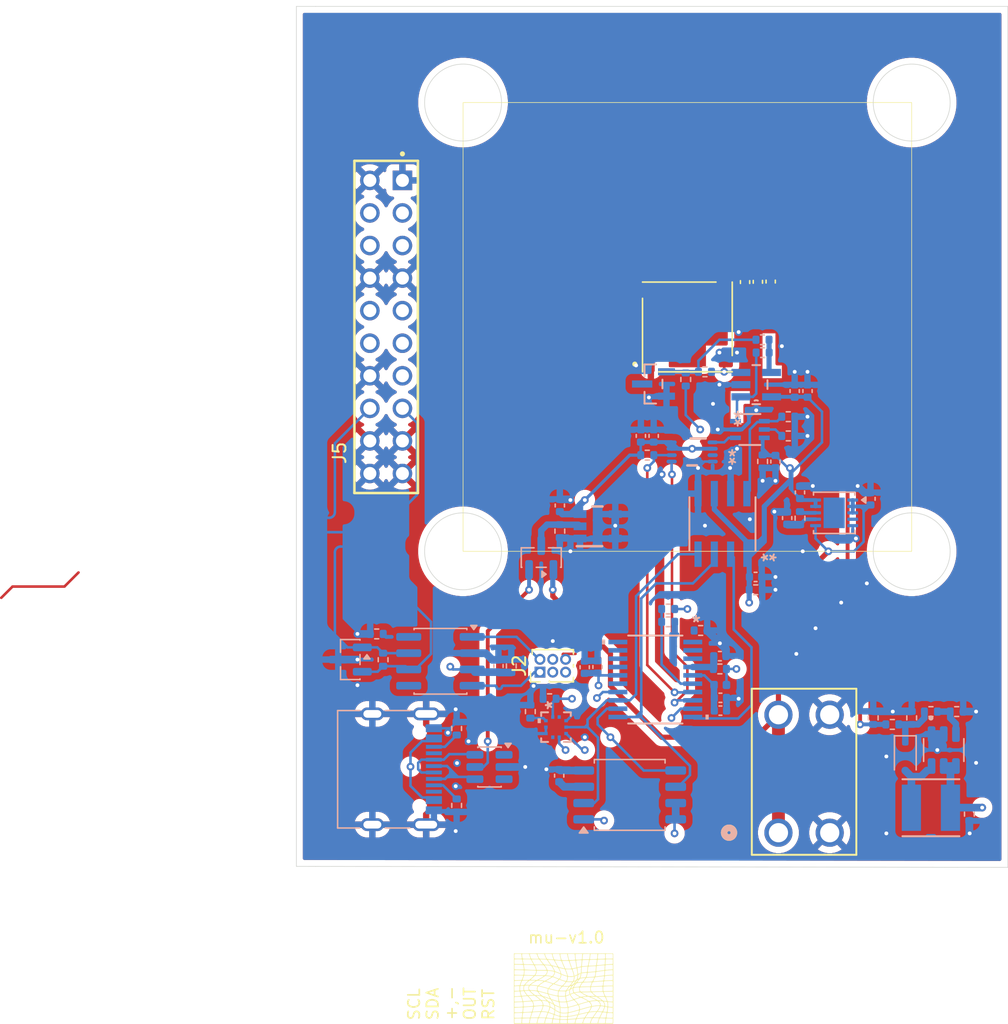
<source format=kicad_pcb>
(kicad_pcb (version 20241229) (generator "pcbnew") (generator_version "9.0")
  (layers (0 "F.Cu" signal) (4 "In1.Cu" signal) (6 "In2.Cu" signal) (2 "B.Cu" signal) (13 "F.Paste" user) (15 "B.Paste" user) (5 "F.SilkS" user "F.Silkscreen") (7 "B.SilkS" user "B.Silkscreen") (1 "F.Mask" user) (3 "B.Mask" user) (25 "Edge.Cuts" user))
  (net 0 "")
  (net 1 "GND")
  (net 2 "3.3V_Dig")
  (net 3 "Net-(D1-K)")
  (net 4 "HV")
  (net 5 "2.5V_Ref")
  (net 6 "Net-(U4-IN)")
  (net 7 "Net-(U8-SET)")
  (net 8 "Net-(U2-FB)")
  (net 9 "5V")
  (net 10 "DAC_out")
  (net 11 "Latch_Out")
  (net 12 "VBAT_Local")
  (net 13 "Net-(D1-A)")
  (net 14 "Net-(U10-IN+)")
  (net 15 "Net-(U1A-NRST)")
  (net 16 "Net-(U1B-VDDA)")
  (net 17 "VBUS_RAW")
  (net 18 "USB_DN")
  (net 20 "Net-(J1-CC2)")
  (net 21 "USB_DP")
  (net 22 "Net-(J1-CC1)")
  (net 24 "CAN_rx")
  (net 25 "CAN_tx")
  (net 26 "PA12")
  (net 27 "PA11")
  (net 28 "Latch_Rst")
  (net 29 "CAN_hi")
  (net 30 "CAN_lo")
  (net 31 "Net-(U10-LE{slash}HYS)")
  (net 32 "BOOT0")
  (net 33 "Net-(J1-D+-PadA6)")
  (net 34 "Mode_sel")
  (net 35 "SPI_CS_FLASH")
  (net 37 "SPI_MISO")
  (net 38 "SPI_MOSI")
  (net 39 "SWDIO")
  (net 40 "SWCLK")
  (net 41 "SPI_SCK")
  (net 43 "SPI_CS_DAC")
  (net 44 "Net-(U10-OUT)")
  (net 45 "Net-(J1-D--PadA7)")
  (net 46 "Net-(U6-NONIINVERTINGINPUT)")
  (net 47 "Net-(U9-Rs)")
  (net 48 "Net-(R11-Pad2)")
  (net 49 "Net-(U6-INVERTINGINPUT)")
  (net 58 "SPI_CS_BMP")
  (footprint "Capacitor_SMD:C_0402_1005Metric" (layer "F.Cu") (at 161 75 -90)
    (property "Reference" "C1" (hide yes))
    (property "Value" "100nF" (hide yes))
  )
  (footprint "Connector_PinHeader_1.00mm:PinHeader_2x03_P1.00mm_Vertical" (layer "F.Cu") (at 145 105.425 90)
    (property "Reference" "J2")
    (property "Value" "Conn_02x03_Odd_Even" (hide yes))
  )
  (footprint "Capacitor_SMD:C_0402_1005Metric" (layer "F.Cu") (at 163 74.96 -90)
    (property "Reference" "C2" (hide yes))
    (property "Value" "10nF" (hide yes))
  )
  (footprint "Capacitor_SMD:C_0402_1005Metric" (layer "F.Cu") (at 162 74.98 -90)
    (property "Reference" "C3" (hide yes))
    (property "Value" "10pF" (hide yes))
  )
  (footprint "footprints:XDCR_MICROFC-60035-SMT-TR1" (layer "F.Cu") (at 156.5 78.5)
    (property "Reference" "U3" (hide yes))
    (property "Value" "MICROFC-60035-SMT-TR1" (hide yes))
  )
  (footprint "footprints:SAMTEC_ESQ-110-14-G-D" (layer "F.Cu") (at 133 78.5 90)
    (property "Reference" "J5")
    (property "Value" "ESQ-110-X-X-D")
  )
  (footprint "footprints:WAG" (layer "F.Cu") (at 163.6049 117.946301)
    (property "Reference" "J4" (hide yes))
    (property "Value" "2060-1452/998-404" (hide yes))
  )
  (footprint "Lib:decal" (layer "F.Cu") (at 147 130.15)
    (property "Reference" "G***" (hide yes))
    (property "Value" "LOGO" (hide yes))
  )
  (footprint "Resistor_SMD:R_0402_1005Metric" (layer "B.Cu") (at 177.51 108.5 180)
    (property "Reference" "R2" (hide yes))
    (property "Value" "10K 1%" (hide yes))
  )
  (footprint "Lib:SOT95P280X145-6N" (layer "B.Cu") (at 176.5 111.5 -90)
    (property "Reference" "U2" (hide yes))
    (property "Value" "MAX5026EUT_T" (hide yes))
  )
  (footprint "Resistor_SMD:R_0402_1005Metric" (layer "B.Cu") (at 164.371899 87 180)
    (property "Reference" "R9" (hide yes))
    (property "Value" "100kΩ" (hide yes))
  )
  (footprint "footprints:SOIC8-N_MC_MCH" (layer "B.Cu") (at 159.236899 93.8622 90)
    (property "Reference" "U13" (hide yes))
    (property "Value" "MCP4921-E/SN")
  )
  (footprint "Capacitor_SMD:C_0402_1005Metric" (layer "B.Cu") (at 164.286 93.405 90)
    (property "Reference" "C20" (hide yes))
    (property "Value" "4.7uF" (hide yes))
  )
  (footprint "Capacitor_SMD:C_0402_1005Metric" (layer "B.Cu") (at 146.549999 92.424998 -90)
    (property "Reference" "C16" (hide yes))
    (property "Value" "1uF" (hide yes))
  )
  (footprint "Inductor_SMD:L_0402_1005Metric" (layer "B.Cu") (at 159.064 106.425 180)
    (property "Reference" "FB1" (hide yes))
    (property "Value" "ferrite" (hide yes))
  )
  (footprint "Capacitor_SMD:C_0402_1005Metric" (layer "B.Cu") (at 152.871899 87 90)
    (property "Reference" "C27" (hide yes))
    (property "Value" "4.7uF" (hide yes))
  )
  (footprint "Capacitor_SMD:C_0402_1005Metric" (layer "B.Cu") (at 146.5 113.5 90)
    (property "Reference" "C17" (hide yes))
    (property "Value" "100nF" (hide yes))
  )
  (footprint "Capacitor_SMD:C_0402_1005Metric" (layer "B.Cu") (at 164.871899 83.5 90)
    (property "Reference" "C6" (hide yes))
    (property "Value" "4.7uF" (hide yes))
  )
  (footprint "Capacitor_SMD:C_0402_1005Metric" (layer "B.Cu") (at 159.079 107.425)
    (property "Reference" "C8" (hide yes))
    (property "Value" "100nF" (hide yes))
  )
  (footprint "Resistor_SMD:R_0402_1005Metric" (layer "B.Cu") (at 162.371899 80.5 180)
    (property "Reference" "RF1" (hide yes))
    (property "Value" "1kΩ" (hide yes))
  )
  (footprint "Resistor_SMD:R_0402_1005Metric" (layer "B.Cu") (at 159.036 105.174999)
    (property "Reference" "R5" (hide yes))
    (property "Value" "10K" (hide yes))
  )
  (footprint "Capacitor_SMD:C_0402_1005Metric" (layer "B.Cu") (at 165.871899 83.5 90)
    (property "Reference" "C5" (hide yes))
    (property "Value" "100nF" (hide yes))
  )
  (footprint "Package_TO_SOT_SMD:SOT-23" (layer "B.Cu") (at 145.099999 96.487498 90)
    (property "Reference" "D2" (hide yes))
    (property "Value" "BAT54C" (hide yes))
  )
  (footprint "footprints:DBV0005A_N" (layer "B.Cu") (at 149.5 94.049999)
    (property "Reference" "U4" (hide yes))
    (property "Value" "TLV70433DBVT")
  )
  (footprint "Capacitor_SMD:C_0402_1005Metric" (layer "B.Cu") (at 141.7622 104.942798 -90)
    (property "Reference" "C23" (hide yes))
    (property "Value" "4.7uF" (hide yes))
  )
  (footprint "Capacitor_SMD:C_0402_1005Metric" (layer "B.Cu") (at 159.079 108.425)
    (property "Reference" "C9" (hide yes))
    (property "Value" "4.7uF" (hide yes))
  )
  (footprint "Resistor_SMD:R_0402_1005Metric" (layer "B.Cu") (at 172.49 109.5)
    (property "Reference" "R4" (hide yes))
    (property "Value" "100" (hide yes))
  )
  (footprint "Diode_SMD:D_SOD-323F" (layer "B.Cu") (at 173.5 112 -90)
    (property "Reference" "D1" (hide yes))
    (property "Value" "BAT54J" (hide yes))
  )
  (footprint "Capacitor_SMD:C_0402_1005Metric" (layer "B.Cu") (at 170.786 91.905 90)
    (property "Reference" "C21" (hide yes))
    (property "Value" "10uF" (hide yes))
  )
  (footprint "footprints:DBZ3" (layer "B.Cu") (at 153.855899 82.950001 -90)
    (property "Reference" "U12" (hide yes))
    (property "Value" "LM4040AIM3-2.5/NOPB")
  )
  (footprint "footprints:10LGA_2X2X0p75_BOS" (layer "B.Cu") (at 146.25 109.7126 -90)
    (property "Reference" "U14" (hide yes))
    (property "Value" "BMP390")
  )
  (footprint "Resistor_SMD:R_0402_1005Metric" (layer "B.Cu") (at 161.831899 99)
    (property "Reference" "C29" (hide yes))
    (property "Value" "100nF" (hide yes))
  )
  (footprint "Resistor_SMD:R_0402_1005Metric" (layer "B.Cu") (at 132.2622 102.442798 180)
    (property "Reference" "R10" (hide yes))
    (property "Value" "10K" (hide yes))
  )
  (footprint "Package_TO_SOT_SMD:SOT-23" (layer "B.Cu") (at 130.1997 104.442798 180)
    (property "Reference" "D3" (hide yes))
    (property "Value" "NUP2105L" (hide yes))
  )
  (footprint "Resistor_SMD:R_0402_1005Metric" (layer "B.Cu") (at 138.5 109.82 -90)
    (property "Reference" "R8" (hide yes))
    (property "Value" "5.1K" (hide yes))
  )
  (footprint "footprints:TSSOP20" (layer "B.Cu") (at 154 106 180)
    (property "Reference" "U1" (hide yes))
    (property "Value" "STM32F042F6P6")
  )
  (footprint "Resistor_SMD:R_0402_1005Metric" (layer "B.Cu") (at 157.871899 82)
    (property "Reference" "R3" (hide yes))
    (property "Value" "50Ω 0.1%" (hide yes))
  )
  (footprint "footprints:SC70_PLV3603_TEX" (layer "B.Cu") (at 161.371899 86.5)
    (property "Reference" "U10" (hide yes))
    (property "Value" "TLV3603QDCKRQ1")
  )
  (footprint "Capacitor_SMD:C_0402_1005Metric" (layer "B.Cu") (at 153.871899 87 90)
    (property "Reference" "C26" (hide yes))
    (property "Value" "100nF" (hide yes))
  )
  (footprint "Resistor_SMD:R_0402_1005Metric" (layer "B.Cu") (at 171 108.99 90)
    (property "Reference" "C10" (hide yes))
    (property "Value" "1u" (hide yes))
  )
  (footprint "Connector_USB:USB_C_Receptacle_G-Switch_GT-USB-7010ASV" (layer "B.Cu") (at 133 113 90)
    (property "Reference" "J1" (hide yes))
    (property "Value" "USB_C_Receptacle_USB2.0_16P" (hide yes))
  )
  (footprint "Resistor_SMD:R_0402_1005Metric" (layer "B.Cu") (at 157.536 102.174999)
    (property "Reference" "R6" (hide yes))
    (property "Value" "10K" (hide yes))
  )
  (footprint "footprints:DBV5" (layer "B.Cu") (at 161.871899 83)
    (property "Reference" "U6" (hide yes))
    (property "Value" "OPA656NB/250")
  )
  (footprint "Resistor_SMD:R_0402_1005Metric" (layer "B.Cu") (at 144.249999 108.5 -90)
    (property "Reference" "C30" (hide yes))
    (property "Value" "100nF")
  )
  (footprint "Resistor_SMD:R_0402_1005Metric" (layer "B.Cu") (at 165.286 93.415 90)
    (property "Reference" "R11" (hide yes))
    (property "Value" "50kΩ" (hide yes))
  )
  (footprint "Capacitor_SMD:C_0402_1005Metric" (layer "B.Cu") (at 161.821899 98)
    (property "Reference" "C28" (hide yes))
    (property "Value" "10uF" (hide yes))
  )
  (footprint "Package_SO:SOIC-8_3.9x4.9mm_P1.27mm" (layer "B.Cu") (at 137.2372 104.577798 180)
    (property "Reference" "U9" (hide yes))
    (property "Value" "sn65hvd230" (hide yes))
  )
  (footprint "Resistor_SMD:R_0402_1005Metric" (layer "B.Cu") (at 142.7622 104.942798 -90)
    (property "Reference" "C24" (hide yes))
    (property "Value" "100nF" (hide yes))
  )
  (footprint "Package_SO:SOIC-8_5.3x5.3mm_P1.27mm" (layer "B.Cu") (at 152 115)
    (property "Reference" "U5" (hide yes))
    (property "Value" "W25Q128JVS" (hide yes))
  )
  (footprint "Resistor_SMD:R_0402_1005Metric" (layer "B.Cu") (at 155 101.5 180)
    (property "Reference" "R13" (hide yes))
    (property "Value" "10K" (hide yes))
  )
  (footprint "Package_DFN_QFN:DFN-10-1EP_3x3mm_P0.5mm_EP1.65x2.38mm" (layer "B.Cu") (at 167.95 93 180)
    (property "Reference" "U8" (hide yes))
    (property "Value" "LT3045xDD" (hide yes))
  )
  (footprint "Resistor_SMD:R_0402_1005Metric" (layer "B.Cu") (at 138.5 115.82 -90)
    (property "Reference" "R7" (hide yes))
    (property "Value" "5.1K" (hide yes))
  )
  (footprint "Resistor_SMD:R_0402_1005Metric" (layer "B.Cu") (at 132.7622 104.452798 -90)
    (property "Reference" "R14" (hide yes))
    (property "Value" "120Ω" (hide yes))
  )
  (footprint "Resistor_SMD:R_0402_1005Metric" (layer "B.Cu") (at 178.5 116.5 -90)
    (property "Reference" "C7" (hide yes))
    (property "Value" "4.7uF" (hide yes))
  )
  (footprint "Resistor_SMD:R_0402_1005Metric" (layer "B.Cu") (at 162.371899 88.99 -90)
    (property "Reference" "C19" (hide yes))
    (property "Value" "100nF" (hide yes))
  )
  (footprint "Capacitor_SMD:C_0402_1005Metric" (layer "B.Cu") (at 163.371899 89 -90)
    (property "Reference" "C22" (hide yes))
    (property "Value" "10uF" (hide yes))
  )
  (footprint "Resistor_SMD:R_0402_1005Metric" (layer "B.Cu") (at 156.371899 82.596401 90)
    (property "Reference" "R16" (hide yes))
    (property "Value" "2.49KΩ 0.1%" (hide yes))
  )
  (footprint "Capacitor_SMD:C_0402_1005Metric" (layer "B.Cu") (at 159.036 104.174999)
    (property "Reference" "C13" (hide yes))
    (property "Value" "100nF" (hide yes))
  )
  (footprint "Capacitor_SMD:C_0402_1005Metric" (layer "B.Cu") (at 149.49 105.02 90)
    (property "Reference" "C11" (hide yes))
    (property "Value" "100nF" (hide yes))
  )
  (footprint "footprints:IND_BOURNS_SRN4018" (layer "B.Cu") (at 175.5 116 180)
    (property "Reference" "L1" (hide yes))
    (property "Value" "47uH")
  )
  (footprint "Package_TO_SOT_SMD:SOT-23-6" (layer "B.Cu") (at 141.0625 112.82 180)
    (property "Reference" "U7" (hide yes))
    (property "Value" "USBLC6-2SC6" (hide yes))
  )
  (footprint "Resistor_SMD:R_0402_1005Metric" (layer "B.Cu") (at 164.371899 85.5)
    (property "Reference" "C18" (hide yes))
    (property "Value" "100nF" (hide yes))
  )
  (footprint "Resistor_SMD:R_0402_1005Metric" (layer "B.Cu") (at 174 108.99 90)
    (property "Reference" "C4" (hide yes))
    (property "Value" "1u" (hide yes))
  )
  (footprint "Capacitor_SMD:C_0402_1005Metric" (layer "B.Cu") (at 148.49 105.04 90)
    (property "Reference" "C12" (hide yes))
    (property "Value" "4.7uF" (hide yes))
  )
  (footprint "footprints:DCU0008A_N" (layer "B.Cu") (at 156.871899 88.25 180)
    (property "Reference" "U11" (hide yes))
    (property "Value" "SN74LVC1G74DCUT")
  )
  (footprint "Capacitor_SMD:C_0402_1005Metric" (layer "B.Cu") (at 165.286 91.405 90)
    (property "Reference" "C25" (hide yes))
    (property "Value" "10uF" (hide yes))
  )
  (footprint "Resistor_SMD:R_0402_1005Metric" (layer "B.Cu") (at 153.371899 88.5)
    (property "Reference" "R15" (hide yes))
    (property "Value" "1KΩ" (hide yes))
  )
  (footprint "Resistor_SMD:R_0402_1005Metric" (layer "B.Cu") (at 175.5 108.5 180)
    (property "Reference" "R1" (hide yes))
    (property "Value" "220K" (hide yes))
  )
  (footprint "Resistor_SMD:R_0402_1005Metric" (layer "B.Cu") (at 146.549999 94.424998 90)
    (property "Reference" "C14" (hide yes))
    (property "Value" "100nF" (hide yes))
  )
  (footprint "Resistor_SMD:R_0402_1005Metric" (layer "B.Cu") (at 162.361899 79.5 180)
    (property "Reference" "Rg1" (hide yes))
    (property "Value" "100Ω" (hide yes))
  )
  (footprint "Resistor_SMD:R_0402_1005Metric" (layer "B.Cu") (at 145.749999 107.5)
    (property "Reference" "C15" (hide yes))
    (property "Value" "100nF")
  )
  (footprint "Resistor_SMD:R_0402_1005Metric" (layer "B.Cu") (at 155 100.5)
    (property "Reference" "R12" (hide yes))
    (property "Value" "10K" (hide yes))
  )
  (gr_rect (start 139 61) (end 174 96) (stroke (width 0.05)) (fill no) (layer "F.SilkS"))
  (gr_line (start 126 103.425) (end 126 120.575) (stroke (width 0.05)) (layer "Edge.Cuts"))
  (gr_line (start 127.5 53.5) (end 181.5 53.5) (stroke (width 0.05)) (layer "Edge.Cuts"))
  (gr_line (start 181.5 103.5) (end 181.5 120.65) (stroke (width 0.05)) (layer "Edge.Cuts"))
  (gr_line (start 127.5 120.575) (end 126.00024 120.572917) (stroke (width 0.05)) (layer "Edge.Cuts"))
  (gr_line (start 126 103.425) (end 126 53.5) (stroke (width 0.05)) (layer "Edge.Cuts"))
  (gr_line (start 181.5 120.65) (end 127.5 120.575) (stroke (width 0.05)) (layer "Edge.Cuts"))
  (gr_circle (center 139 61) (end 142 61) (stroke (width 0.05)) (fill no) (layer "Edge.Cuts"))
  (gr_line (start 181.5 53.5) (end 181.5 103.5) (stroke (width 0.05)) (layer "Edge.Cuts"))
  (gr_circle (center 174 96) (end 177 96) (stroke (width 0.05)) (fill no) (layer "Edge.Cuts"))
  (gr_line (start 126 53.5) (end 127.5 53.5) (stroke (width 0.05)) (layer "Edge.Cuts"))
  (gr_circle (center 174 61) (end 177 61) (stroke (width 0.05)) (fill no) (layer "Edge.Cuts"))
  (gr_circle (center 139 96) (end 142 96) (stroke (width 0.05)) (fill no) (layer "Edge.Cuts"))
  (gr_text "SCL\nSDA\n+,-\nOUT\nRST\n" (at 141.5 132.65 90) (layer "F.SilkS") (effects (font (size 0.9 0.9) (thickness 0.125)) (justify left bottom)))
  (gr_text "mu-v1.0" (at 144 126.65 0) (layer "F.SilkS") (effects (font (size 0.9 0.9) (thickness 0.125)) (justify left bottom)))
  (segment (start 152.5 81.5) (end 153.65 81.5) (width 0.35) (layer "F.Cu") (net 1))
  (via (at 163.286 92.905) (size 0.6) (drill 0.3) (layers "F.Cu" "B.Cu") (net 1))
  (via (at 165.871899 85.5) (size 0.6) (drill 0.3) (layers "F.Cu" "B.Cu") (net 1))
  (via (at 179.024 112.5) (size 0.6) (drill 0.3) (layers "F.Cu" "B.Cu") (net 1))
  (via (at 158.5 84.5) (size 0.6) (drill 0.3) (layers "F.Cu" "B.Cu") (net 1))
  (via (at 172.024 112) (size 0.6) (drill 0.3) (layers "F.Cu" "B.Cu") (net 1))
  (via (at 145.5 113) (size 0.6) (drill 0.3) (layers "F.Cu" "B.Cu") (net 1))
  (via (at 163.871899 80) (size 0.6) (drill 0.3) (layers "F.Cu" "B.Cu") (net 1))
  (via (at 161.371899 93.5) (size 0.6) (drill 0.3) (layers "F.Cu" "B.Cu") (net 1))
  (via (at 160.371899 88) (size 0.6) (drill 0.3) (layers "F.Cu" "B.Cu") (net 1))
  (via (at 163.371899 99) (size 0.6) (drill 0.3) (layers "F.Cu" "B.Cu") (net 1))
  (via (at 170.5 98.5) (size 0.6) (drill 0.3) (layers "F.Cu" "B.Cu") (net 1))
  (via (at 138.425 117.82) (size 0.6) (drill 0.3) (layers "F.Cu" "B.Cu") (net 1))
  (via (at 160.5 107.5) (size 0.6) (drill 0.3) (layers "F.Cu" "B.Cu") (net 1))
  (via (at 159.036 103.174999) (size 0.6) (drill 0.3) (layers "F.Cu" "B.Cu") (net 1))
  (via (at 147.374999 92) (size 0.6) (drill 0.3) (layers "F.Cu" "B.Cu") (net 1))
  (via (at 159.831899 89.5) (size 0.6) (drill 0.3) (layers "F.Cu" "B.Cu") (net 1))
  (via (at 172.024 118) (size 0.6) (drill 0.3) (layers "F.Cu" "B.Cu") (net 1))
  (via (at 150.874999 94) (size 0.6) (drill 0.3) (layers "F.Cu" "B.Cu") (net 1))
  (via (at 144.5 106.5) (size 0.6) (drill 0.3) (layers "F.Cu" "B.Cu") (net 1))
  (via (at 138.425 108.32) (size 0.6) (drill 0.3) (layers "F.Cu" "B.Cu") (net 1))
  (via (at 161.871899 85) (size 0.6) (drill 0.3) (layers "F.Cu" "B.Cu") (net 1))
  (via (at 165.871899 87) (size 0.6) (drill 0.3) (layers "F.Cu" "B.Cu") (net 1))
  (via (at 146 103) (size 0.6) (drill 0.3) (layers "F.Cu" "B.Cu") (net 1))
  (via (at 157.871899 94) (size 0.6) (drill 0.3) (layers "F.Cu" "B.Cu") (net 1))
  (via (at 130.7622 102.442798) (size 0.6) (drill 0.3) (layers "F.Cu" "B.Cu") (net 1))
  (via (at 162.371899 90.5) (size 0.6) (drill 0.3) (layers "F.Cu" "B.Cu") (net 1))
  (via (at 138.528593 112.519254) (size 0.6) (drill 0.3) (layers "F.Cu" "B.Cu") (net 1))
  (via (at 176 111.5) (size 0.6) (drill 0.3) (layers "F.Cu" "B.Cu") (net 1))
  (via (at 148.5 110.5) (size 0.6) (drill 0.3) (layers "F.Cu" "B.Cu") (net 1))
  (via (at 157.331899 89.5) (size 0.6) (drill 0.3) (layers "F.Cu" "B.Cu") (net 1))
  (via (at 169.65 95) (size 0.6) (drill 0.3) (layers "F.Cu" "B.Cu") (net 1))
  (via (at 147.374999 96) (size 0.6) (drill 0.3) (layers "F.Cu" "B.Cu") (net 1))
  (via (at 169.786 90.905) (size 0.6) (drill 0.3) (layers "F.Cu" "B.Cu") (net 1))
  (via (at 178.524 118) (size 0.6) (drill 0.3) (layers "F.Cu" "B.Cu") (net 1))
  (via (at 158.871899 86.5) (size 0.6) (drill 0.3) (layers "F.Cu" "B.Cu") (net 1))
  (via (at 166.5 102) (size 0.6) (drill 0.3) (layers "F.Cu" "B.Cu") (net 1))
  (via (at 163.371899 98) (size 0.6) (drill 0.3) (layers "F.Cu" "B.Cu") (net 1))
  (via (at 165.5 96) (size 0.6) (drill 0.3) (layers "F.Cu" "B.Cu") (net 1))
  (via (at 137.82 110.15) (size 0.6) (drill 0.3) (layers "F.Cu" "B.Cu") (net 1))
  (via (at 159 80.5) (size 0.6) (drill 0.3) (layers "F.Cu" "B.Cu") (net 1))
  (via (at 143.85 112.82) (size 0.6) (drill 0.3) (layers "F.Cu" "B.Cu") (net 1))
  (via (at 139.425 110.82) (size 0.6) (drill 0.3) (layers "F.Cu" "B.Cu") (net 1))
  (via (at 159 83) (size 0.6) (drill 0.3) (layers "F.Cu" "B.Cu") (net 1))
  (via (at 166.286 90.905) (size 0.6) (drill 0.3) (layers "F.Cu" "B.Cu") (net 1))
  (via (at 179.024 108.5) (size 0.6) (drill 0.3) (layers "F.Cu" "B.Cu") (net 1))
  (via (at 152.5 81.5) (size 0.6) (drill 0.3) (layers "F.Cu" "B.Cu") (net 1))
  (via (at 130.7622 106.442798) (size 0.6) (drill 0.3) (layers "F.Cu" "B.Cu") (net 1))
  (via (at 138.425 114.32) (size 0.6) (drill 0.3) (layers "F.Cu" "B.Cu") (net 1))
  (via (at 153.5 84) (size 0.6) (drill 0.3) (layers "F.Cu" "B.Cu") (net 1))
  (via (at 163.371899 90.5) (size 0.6) (drill 0.3) (layers "F.Cu" "B.Cu") (net 1))
  (via (at 164.871899 82) (size 0.6) (drill 0.3) (layers "F.Cu" "B.Cu") (net 1))
  (via (at 130.7622 104.442798) (size 0.6) (drill 0.3) (layers "F.Cu" "B.Cu") (net 1))
  (via (at 165 104) (size 0.6) (drill 0.3) (layers "F.Cu" "B.Cu") (net 1))
  (via (at 168.5 100) (size 0.6) (drill 0.3) (layers "F.Cu" "B.Cu") (net 1))
  (via (at 160.371899 80.5) (size 0.6) (drill 0.3) (layers "F.Cu" "B.Cu") (net 1))
  (via (at 165.871899 82) (size 0.6) (drill 0.3) (layers "F.Cu" "B.Cu") (net 1))
  (via (at 172.524 108.5) (size 0.6) (drill 0.3) (layers "F.Cu" "B.Cu") (net 1))
  (via (at 160.5 78.9) (size 0.6) (drill 0.3) (layers "F.Cu" "B.Cu") (net 1))
  (via (at 154.5 90) (size 0.6) (drill 0.3) (layers "F.Cu" "B.Cu") (net 1))
  (segment (start 165.306 90.905) (end 165.286 90.925) (width 0.2) (layer "B.Cu") (net 1))
  (segment (start 131.7522 102.442798) (end 130.7622 102.442798) (width 0.6) (layer "B.Cu") (net 1))
  (segment (start 136.725 109.8) (end 138.01 109.8) (width 0.2) (layer "B.Cu") (net 1))
  (segment (start 147.0374 109.212601) (end 147.074798 109.212601) (width 0.2) (layer "B.Cu") (net 1))
  (segment (start 147.074798 109.212601) (end 147.787399 108.5) (width 0.2) (layer "B.Cu") (net 1))
  (segment (start 157.831901 88.999998) (end 157.331899 89.5) (width 0.2) (layer "B.Cu") (net 1))
  (segment (start 151.694 85.075) (end 151.714 85.095) (width 0.2) (layer "B.Cu") (net 1))
  (segment (start 141.2822 104.462798) (end 140.7622 103.942798) (width 0.6) (layer "B.Cu") (net 1))
  (segment (start 147.374999 95) (end 146.615001 95) (width 0.5) (layer "B.Cu") (net 1))
  (segment (start 176 110.255) (end 176.5 110.255) (width 0.6) (layer "B.Cu") (net 1))
  (segment (start 175.55 110.255) (end 176 110.255) (width 0.6) (layer "B.Cu") (net 1))
  (segment (start 136.725 116.2) (end 138.37 116.2) (width 0.2) (layer "B.Cu") (net 1))
  (segment (start 159.871899 91.5) (end 159.871899 89.54) (width 0.4) (layer "B.Cu") (net 1))
  (segment (start 169.4 94.75) (end 169.65 95) (width 0.2) (layer "B.Cu") (net 1))
  (segment (start 174 108.48) (end 171 108.48) (width 0.6) (layer "B.Cu") (net 1))
  (segment (start 129.2622 104.442798) (end 130.7622 104.442798) (width 0.6) (layer "B.Cu") (net 1))
  (segment (start 149.49 104.54) (end 148.51 104.54) (width 0.5) (layer "B.Cu") (net 1))
  (segment (start 147.319997 91.944998) (end 147.374999 92) (width 0.2) (layer "B.Cu") (net 1))
  (segment (start 145.4626 110.212599) (end 144.712599 110.212599) (width 0.2) (layer "B.Cu") (net 1))
  (segment (start 161.302994 85.431095) (end 161.734089 85) (width 0.3) (layer "B.Cu") (net 1))
  (segment (start 147.374999 96) (end 147.374999 95) (width 0.5) (layer "B.Cu") (net 1))
  (segment (start 148.4125 113.095) (end 146.575 113.095) (width 0.6) (layer "B.Cu") (net 1))
  (segment (start 146.575 113.095) (end 146.5 113.02) (width 0.2) (layer "B.Cu") (net 1))
  (segment (start 142.7622 104.432798) (end 141.7922 104.432798) (width 0.6) (layer "B.Cu") (net 1))
  (segment (start 161.871899 85) (end 161.747949 85) (width 0.2) (layer "B.Cu") (net 1))
  (segment (start 160.247949 86.5) (end 160.734089 86.5) (width 0.3) (layer "B.Cu") (net 1))
  (segment (start 141.7622 104.462798) (end 141.2822 104.462798) (width 0.6) (layer "B.Cu") (net 1))
  (segment (start 158.471898 88.999998) (end 157.831901 88.999998) (width 0.2) (layer "B.Cu") (net 1))
  (segment (start 157.331899 91.5) (end 157.331899 89.5) (width 0.4) (layer "B.Cu") (net 1))
  (segment (start 169.4 94) (end 169.4 94.75) (width 0.2) (layer "B.Cu") (net 1))
  (segment (start 159.516 104.174999) (end 159.516 103.654999) (width 0.6) (layer "B.Cu") (net 1))
  (segment (start 148.124999 95) (end 147.374999 95) (width 0.5) (layer "B.Cu") (net 1))
  (segment (start 160.247949 86.5) (end 158.871899 86.5) (width 0.3) (layer "B.Cu") (net 1))
  (segment (start 146.615001 95) (end 146.549999 94.934998) (width 0.2) (layer "B.Cu") (net 1))
  (segment (start 161.734089 85) (end 161.871899 85) (width 0.3) (layer "B.Cu") (net 1))
  (segment (start 146.549999 91.944998) (end 147.319997 91.944998) (width 0.6) (layer "B.Cu") (net 1))
  (segment (start 138.37 116.2) (end 138.5 116.33) (width 0.2) (layer "B.Cu") (net 1))
  (segment (start 161.302994 85.931095) (end 161.302994 85.431095) (width 0.3) (layer "B.Cu") (net 1))
  (segment (start 160.734089 86.5) (end 161.302994 85.931095) (width 0.3) (layer "B.Cu") (net 1))
  (segment (start 170.306 91.425) (end 169.786 90.905) (width 0.6) (layer "B.Cu") (net 1))
  (segment (start 164.286 92.925) (end 163.306 92.925) (width 0.6) (layer "B.Cu") (net 1))
  (segment (start 170.786 91.425) (end 170.306 91.425) (width 0.6) (layer "B.Cu") (net 1))
  (segment (start 143.85 112.82) (end 142.5625 112.82) (width 0.6) (layer "B.Cu") (net 1))
  (segment (start 150.874999 93.100001) (end 150.874999 95) (width 0.6) (layer "B.Cu") (net 1))
  (segment (start 179.024 108.5) (end 178.02 108.5) (width 0.6) (layer "B.Cu") (net 1))
  (segment (start 166.286 90.905) (end 165.306 90.905) (width 0.6) (layer "B.Cu") (net 1))
  (segment (start 158.046 102.174999) (end 158.046 102.184999) (width 0.2) (layer "B.Cu") (net 1))
  (segment (start 176 110.255) (end 176 111.5) (width 0.6) (layer "B.Cu") (net 1))
  (segment (start 178.5 117.976) (end 178.524 118) (width 0.2) (layer "B.Cu") (net 1))
  (segment (start 159.516 103.654999) (end 159.036 103.174999) (width 0.6) (layer "B.Cu") (net 1))
  (segment (start 141.7922 104.432798) (end 141.7622 104.462798) (width 0.2) (layer "B.Cu") (net 1))
  (segment (start 138.01 109.8) (end 138.5 109.31) (width 0.2) (layer "B.Cu") (net 1))
  (segment (start 145.4626 109.7126) (end 145.4626 110.212599) (width 0.2) (layer "B.Cu") (net 1))
  (segment (start 159.871899 89.54) (end 159.831899 89.5) (width 0.2) (layer "B.Cu") (net 1))
  (segment (start 178.5 117.01) (end 178.5 117.976) (width 0.6) (layer "B.Cu") (net 1))
  (segment (start 140.7622 103.942798) (end 139.7122 103.942798) (width 0.6) (layer "B.Cu") (net 1))
  (segment (start 148.51 104.54) (end 148.49 104.56) (width 0.2) (layer "B.Cu") (net 1))
  (segment (start 158.046 102.184999) (end 159.036 103.174999) (width 0.6) (layer "B.Cu") (net 1))
  (segment (start 169.4 94) (end 169.45 94.05) (width 0.2) (layer "B.Cu") (net 1))
  (segment (start 159.559 107.425) (end 159.559 108.425) (width 0.5) (layer "B.Cu") (net 1))
  (via (at 160.325001 105.174999) (size 0.6) (drill 0.3) (layers "F.Cu" "B.Cu") (net 2))
  (via (at 138 105) (size 0.6) (drill 0.3) (layers "F.Cu" "B.Cu") (net 2))
  (via (at 155.5 118) (size 0.6) (drill 0.3) (layers "F.Cu" "B.Cu") (net 2))
  (via (at 147.5 107.5) (size 0.6) (drill 0.3) (layers "F.Cu" "B.Cu") (net 2))
  (via (at 148.5 92) (size 0.6) (drill 0.3) (layers "F.Cu" "B.Cu") (net 2))
  (via (at 156.871899 88) (size 0.6) (drill 0.3) (layers "F.Cu" "B.Cu") (net 2))
  (via (at 149.569 106.465) (size 0.6) (drill 0.3) (layers "F.Cu" "B.Cu") (net 2))
  (segment (start 148.51 105.5) (end 148.49 105.52) (width 0.2) (layer "B.Cu") (net 2))
  (segment (start 146 107.759999) (end 146 108.9252) (width 0.2) (layer "B.Cu") (net 2))
  (segment (start 149.569 105.579) (end 149.49 105.5) (width 0.2) (layer "B.Cu") (net 2))
  (segment (start 146.885 114.365) (end 146.5 113.98) (width 0.6) (layer "B.Cu") (net 2))
  (segment (start 152.871899 87.48) (end 155.251898 87.48) (width 0.3) (layer "B.Cu") (net 2))
  (segment (start 159.549 105.177999) (end 159.546 105.174999) (width 0.2) (layer "B.Cu") (net 2))
  (segment (start 148.5 92) (end 147.399999 93.100001) (width 0.5) (layer "B.Cu") (net 2))
  (segment (start 141.7922 105.452798) (end 141.7622 105.422798) (width 0.2) (layer "B.Cu") (net 2))
  (segment (start 155.271897 87.499999) (end 155.3719 87.499999) (width 0.2) (layer "B.Cu") (net 2))
  (segment (start 155.871899 87.999998) (end 155.271897 87.999998) (width 0.3) (layer "B.Cu") (net 2))
  (segment (start 149.49 105.5) (end 149.665002 105.675002) (width 0.2) (layer "B.Cu") (net 2))
  (segment (start 160.325001 105.174999) (end 159.546 105.174999) (width 0.2) (layer "B.Cu") (net 2))
  (segment (start 141.7622 105.422798) (end 139.9222 105.422798) (width 0.6) (layer "B.Cu") (net 2))
  (segment (start 155.871899 87.999998) (end 155.771896 87.999998) (width 0.3) (layer "B.Cu") (net 2))
  (segment (start 152.861899 88.5) (end 152.861899 87.49) (width 0.2) (layer "B.Cu") (net 2))
  (segment (start 155.771896 87.999998) (end 155.271897 87.499999) (width 0.3) (layer "B.Cu") (net 2))
  (segment (start 149.665002 105.675002) (end 151.079 105.675002) (width 0.2) (layer "B.Cu") (net 2))
  (segment (start 152.861899 88.5) (end 152.725 88.5) (width 0.2) (layer "B.Cu") (net 2))
  (segment (start 145.259999 109.01) (end 145.4626 109.212601) (width 0.2) (layer "B.Cu") (net 2))
  (segment (start 142.7622 105.452798) (end 141.7922 105.452798) (width 0.6) (layer "B.Cu") (net 2))
  (segment (start 158.471898 87.999998) (end 155.871899 87.999998) (width 0.3) (layer "B.Cu") (net 2))
  (segment (start 152 88.5) (end 152.861899 88.5) (width 0.25) (layer "B.Cu") (net 2))
  (segment (start 155.251898 87.48) (end 155.271897 87.499999) (width 0.2) (layer "B.Cu") (net 2))
  (segment (start 152.861899 87.49) (end 152.871899 87.48) (width 0.2) (layer "B.Cu") (net 2))
  (segment (start 149.569 106.465) (end 149.569 105.579) (width 0.2) (layer "B.Cu") (net 2))
  (segment (start 155.5875 116.5) (end 155.5875 115.635) (width 0.6) (layer "B.Cu") (net 2))
  (segment (start 155.271897 87.999998) (end 155.271897 87.499999) (width 0.3) (layer "B.Cu") (net 2))
  (segment (start 148.124999 93.100001) (end 148.124999 92.375001) (width 0.5) (layer "B.Cu") (net 2))
  (segment (start 153.871899 87.48) (end 154.751899 87.48) (width 0.3) (layer "B.Cu") (net 2))
  (segment (start 146.259999 107.5) (end 146 107.759999) (width 0.2) (layer "B.Cu") (net 2))
  (segment (start 155.5 118) (end 155.5 116.5875) (width 0.2) (layer "B.Cu") (net 2))
  (segment (start 139.7122 105.212798) (end 138.212798 105.212798) (width 0.2) (layer "B.Cu") (net 2))
  (segment (start 144.249999 109.01) (end 145.259999 109.01) (width 0.2) (layer "B.Cu") (net 2))
  (segment (start 159.549 106.425) (end 159.549 105.177999) (width 0.2) (layer "B.Cu") (net 2))
  (segment (start 146.745002 93.100001) (end 146.549999 92.904998) (width 0.5) (layer "B.Cu") (net 2))
  (segment (start 147.399999 93.100001) (end 148.124999 93.100001) (width 0.5) (layer "B.Cu") (net 2))
  (segment (start 155.5 116.5875) (end 155.5875 116.5) (width 0.2) (layer "B.Cu") (net 2))
  (segment (start 138.212798 105.212798) (end 138 105) (width 0.2) (layer "B.Cu") (net 2))
  (segment (start 149.49 105.5) (end 148.51 105.5) (width 0.5) (layer "B.Cu") (net 2))
  (segment (start 154.751899 87.48) (end 155.271897 87.999998) (width 0.3) (layer "B.Cu") (net 2))
  (segment (start 148.4125 114.365) (end 146.885 114.365) (width 0.6) (layer "B.Cu") (net 2))
  (segment (start 148.5 92) (end 152 88.5) (width 0.25) (layer "B.Cu") (net 2))
  (segment (start 147.399999 93.100001) (end 146.745002 93.100001) (width 0.5) (layer "B.Cu") (net 2))
  (segment (start 148.124999 92.375001) (end 148.5 92) (width 0.5) (layer "B.Cu") (net 2))
  (segment (start 146.259999 107.5) (end 147.5 107.5) (width 0.2) (layer "B.Cu") (net 2))
  (segment (start 155.5875 116.905) (end 155.5875 116.5) (width 0.6) (layer "B.Cu") (net 2))
  (segment (start 139.9222 105.422798) (end 139.7122 105.212798) (width 0.2) (layer "B.Cu") (net 2))
  (segment (start 173.5 110.9) (end 173.5 109.5) (width 0.5) (layer "B.Cu") (net 3))
  (segment (start 174.99 108.5) (end 174.99 108.99) (width 0.5) (layer "B.Cu") (net 3))
  (segment (start 173.99 109.5) (end 173.5 109.5) (width 0.5) (layer "B.Cu") (net 3))
  (segment (start 174.5 109.5) (end 174 109.5) (width 0.5) (layer "B.Cu") (net 3))
  (segment (start 173.5 109.5) (end 173 109.5) (width 0.5) (layer "B.Cu") (net 3))
  (segment (start 174.99 108.99) (end 175 109) (width 0.2) (layer "B.Cu") (net 3))
  (segment (start 175 109) (end 174.5 109.5) (width 0.5) (layer "B.Cu") (net 3))
  (segment (start 165.44 75.44) (end 169 79) (width 0.3) (layer "F.Cu") (net 4))
  (segment (start 159.41 75.44) (end 159.35 75.5) (width 0.5) (layer "F.Cu") (net 4))
  (segment (start 169 98.5) (end 169.976 99.476) (width 0.3) (layer "F.Cu") (net 4))
  (segment (start 169.976 99.476) (end 169.976 109.5) (width 0.3) (layer "F.Cu") (net 4))
  (segment (start 163 75.44) (end 159.41 75.44) (width 0.5) (layer "F.Cu") (net 4))
  (segment (start 163 75.44) (end 165.44 75.44) (width 0.3) (layer "F.Cu") (net 4))
  (segment (start 169 79) (end 169 98.5) (width 0.3) (layer "F.Cu") (net 4))
  (via (at 169.976 109.5) (size 0.6) (drill 0.3) (layers "F.Cu" "B.Cu") (net 4))
  (segment (start 169.976 109.5) (end 171 109.5) (width 0.3) (layer "B.Cu") (net 4))
  (segment (start 171 109.5) (end 171.98 109.5) (width 0.4) (layer "B.Cu") (net 4))
  (segment (start 154.871899 82) (end 157.361899 82) (width 0.3) (layer "B.Cu") (net 5))
  (segment (start 157.361899 82) (end 157.361899 81.138101) (width 0.2) (layer "B.Cu") (net 5))
  (segment (start 159 79.5) (end 161.851899 79.5) (width 0.2) (layer "B.Cu") (net 5))
  (segment (start 157.361899 81.138101) (end 159 79.5) (width 0.2) (layer "B.Cu") (net 5))
  (segment (start 145.559999 93.914998) (end 146.549999 93.914998) (width 0.5) (layer "B.Cu") (net 6))
  (segment (start 146.559999 93.924998) (end 146.549999 93.914998) (width 0.2) (layer "B.Cu") (net 6))
  (segment (start 145.099999 94.374998) (end 145.559999 93.914998) (width 0.5) (layer "B.Cu") (net 6))
  (segment (start 148.124999 94.049999) (end 147.999998 93.924998) (width 0.2) (layer "B.Cu") (net 6))
  (segment (start 147.999998 93.924998) (end 146.559999 93.924998) (width 0.5) (layer "B.Cu") (net 6))
  (segment (start 145.099999 95.549998) (end 145.099999 94.374998) (width 0.5) (layer "B.Cu") (net 6))
  (segment (start 164.326 93.925) (end 164.286 93.885) (width 0.3) (layer "B.Cu") (net 7))
  (segment (start 166.5 93.5) (end 165.711 93.5) (width 0.3) (layer "B.Cu") (net 7))
  (segment (start 165.286 93.925) (end 164.326 93.925) (width 0.6) (layer "B.Cu") (net 7))
  (segment (start 165.711 93.5) (end 165.286 93.925) (width 0.3) (layer "B.Cu") (net 7))
  (segment (start 177 108.5) (end 176.01 108.5) (width 0.5) (layer "B.Cu") (net 8))
  (segment (start 177 109) (end 177 108.5) (width 0.5) (layer "B.Cu") (net 8))
  (segment (start 177.45 110.255) (end 177.45 109.45) (width 0.5) (layer "B.Cu") (net 8))
  (segment (start 177.45 109.45) (end 177 109) (width 0.5) (layer "B.Cu") (net 8))
  (segment (start 157.5 86.5) (end 157.681842 86.5) (width 0.2) (layer "F.Cu") (net 9))
  (via (at 179.5 115.99) (size 0.6) (drill 0.3) (layers "F.Cu" "B.Cu") (net 9))
  (via (at 161.321899 100) (size 0.6) (drill 0.3) (layers "F.Cu" "B.Cu") (net 9))
  (via (at 164.5 89.5) (size 0.6) (drill 0.3) (layers "F.Cu" "B.Cu") (net 9))
  (via (at 157.5 86.5) (size 0.6) (drill 0.3) (layers "F.Cu" "B.Cu") (net 9))
  (segment (start 164.5 89.648101) (end 163.371899 88.52) (width 0.2) (layer "B.Cu") (net 9))
  (segment (start 161.5 95.27) (end 162 95.27) (width 0.4) (layer "B.Cu") (net 9))
  (segment (start 164.675 91.274) (end 164.675 89.825) (width 0.2) (layer "B.Cu") (net 9))
  (segment (start 162 95.366299) (end 161.68315 95.68315) (width 0.4) (layer "B.Cu") (net 9))
  (segment (start 162.371899 88.02) (end 162.871899 88.52) (width 0.3) (layer "B.Cu") (net 9))
  (segment (start 162.371899 87.273949) (end 162.495849 87.149999) (width 0.3) (layer "B.Cu") (net 9))
  (segment (start 156.371899 83.106401) (end 156.371899 85.371899) (width 0.2) (layer "B.Cu") (net 9))
  (segment (start 167 85.108101) (end 165.871899 83.98) (width 0.2) (layer "B.Cu") (net 9))
  (segment (start 162.371899 88) (end 162.371899 88.02) (width 0.3) (layer "B.Cu") (net 9))
  (segment (start 177.45 112.55) (end 177.45 112.745) (width 0.2) (layer "B.Cu") (net 9))
  (segment (start 165.8419 83.950001) (end 165.871899 83.98) (width 0.2) (layer "B.Cu") (net 9))
  (segment (start 166.5 92) (end 165.401 92) (width 0.3) (layer "B.Cu") (net 9))
  (segment (start 165.286 91.885) (end 164.675 91.274) (width 0.2) (layer "B.Cu") (net 9))
  (segment (start 177.034 115.99) (end 177.024 116) (width 0.2) (layer "B.Cu") (net 9))
  (segment (start 164.5 90.5) (end 162.5 92.5) (width 0.4) (layer "B.Cu") (net 9))
  (segment (start 177.024 113.269) (end 177.024 116) (width 0.6) (layer "B.Cu") (net 9))
  (segment (start 164.5 91.099) (end 164.5 90.5) (width 0.2) (layer "B.Cu") (net 9))
  (segment (start 162 95.27) (end 162 95.366299) (width 0.4) (layer "B.Cu") (net 9))
  (segment (start 161.68315 95.68315) (end 161.141899 96.2244) (width 0.4) (layer "B.Cu") (net 9))
  (segment (start 161.141899 95.27) (end 161.5 95.27) (width 0.4) (layer "B.Cu") (net 9))
  (segment (start 179.5 115.99) (end 177.034 115.99) (width 0.6) (layer "B.Cu") (net 9))
  (segment (start 161.141899 96.2244) (end 161.141899 95.27) (width 0.4) (layer "B.Cu") (net 9))
  (segment (start 162.371899 88.48) (end 162.371899 88) (width 0.3) (layer "B.Cu") (net 9))
  (segment (start 164.5 90.5) (end 164.5 89.648101) (width 0.2) (layer "B.Cu") (net 9))
  (segment (start 163.371899 88.52) (end 162.871899 88.52) (width 0.3) (layer "B.Cu") (net 9))
  (segment (start 162.5 94.8663) (end 162.5 95.226299) (width 0.4) (layer "B.Cu") (net 9))
  (segment (start 156.371899 85.371899) (end 157.5 86.5) (width 0.2) (layer "B.Cu") (net 9))
  (segment (start 161.141899 95.27) (end 158.601899 92.73) (width 0.4) (layer "B.Cu") (net 9))
  (segment (start 177.5 112.5) (end 177.45 112.55) (width 0.2) (layer "B.Cu") (net 9))
  (segment (start 162.371899 88) (end 162.371899 87.273949) (width 0.3) (layer "B.Cu") (net 9))
  (segment (start 162 95.27) (end 162.27 95.27) (width 0.4) (layer "B.Cu") (net 9))
  (segment (start 162.5 92.5) (end 162.5 94.8663) (width 0.4) (layer "B.Cu") (net 9))
  (segment (start 165.401 92) (end 165.286 91.885) (width 0.2) (layer "B.Cu") (net 9))
  (segment (start 162.363149 95.363149) (end 161.321899 96.4044) (width 0.4) (layer "B.Cu") (net 9))
  (segment (start 161.68315 95.68315) (end 162.5 94.8663) (width 0.4) (layer "B.Cu") (net 9))
  (segment (start 165.286 91.885) (end 164.5 91.099) (width 0.2) (layer "B.Cu") (net 9))
  (segment (start 162.27 95.27) (end 162.363149 95.363149) (width 0.4) (layer "B.Cu") (net 9))
  (segment (start 176.5 112.745) (end 177.024 113.269) (width 0.6) (layer "B.Cu") (net 9))
  (segment (start 162.411899 88.52) (end 162.371899 88.48) (width 0.3) (layer "B.Cu") (net 9))
  (segment (start 167 87.5) (end 167 85.108101) (width 0.2) (layer "B.Cu") (net 9))
  (segment (start 163.065699 83.950001) (end 165.8419 83.950001) (width 0.3) (layer "B.Cu") (net 9))
  (segment (start 161.5 95.27) (end 161.5 95.5) (width 0.4) (layer "B.Cu") (net 9))
  (segment (start 161.321899 96.4044) (end 161.141899 96.2244) (width 0.4) (layer "B.Cu") (net 9))
  (segment (start 162.871899 88.52) (end 162.411899 88.52) (width 0.3) (layer "B.Cu") (net 9))
  (segment (start 162.5 95.226299) (end 162.363149 95.363149) (width 0.4) (layer "B.Cu") (net 9))
  (segment (start 166.5 92.5) (end 166.5 92) (width 0.3) (layer "B.Cu") (net 9))
  (segment (start 161.321899 100) (end 161.321899 96.4044) (width 0.4) (layer "B.Cu") (net 9))
  (segment (start 176.5 112.745) (end 177.45 112.745) (width 0.6) (layer "B.Cu") (net 9))
  (segment (start 164.675 89.825) (end 167 87.5) (width 0.2) (layer "B.Cu") (net 9))
  (segment (start 158.601899 92.73) (end 158.601899 91.5) (width 0.4) (layer "B.Cu") (net 9))
  (segment (start 161.5 95.5) (end 161.68315 95.68315) (width 0.4) (layer "B.Cu") (net 9))
  (segment (start 162.43485 85.911) (end 162.495849 85.850001) (width 0.2) (layer "B.Cu") (net 10))
  (segment (start 161.960899 85.911) (end 162.43485 85.911) (width 0.2) (layer "B.Cu") (net 10))
  (segment (start 161.141899 91.5) (end 161.371899 91.27) (width 0.2) (layer "B.Cu") (net 10))
  (segment (start 161.371899 86.5) (end 161.960899 85.911) (width 0.2) (layer "B.Cu") (net 10))
  (segment (start 163.511898 85.850001) (end 163.861899 85.5) (width 0.2) (layer "B.Cu") (net 10))
  (segment (start 161.371899 91.27) (end 161.371899 86.5) (width 0.2) (layer "B.Cu") (net 10))
  (segment (start 162.495849 85.850001) (end 163.511898 85.850001) (width 0.2) (layer "B.Cu") (net 10))
  (segment (start 156.5 106.849943) (end 155.54994 107.800003) (width 0.2) (layer "F.Cu") (net 11))
  (segment (start 156.5 105) (end 156.5 106.849943) (width 0.2) (layer "F.Cu") (net 11))
  (segment (start 155.300003 103.800003) (end 156.5 105) (width 0.2) (layer "F.Cu") (net 11))
  (segment (start 155.54994 107.800003) (end 155.5 107.800003) (width 0.2) (layer "F.Cu") (net 11))
  (segment (start 155.300003 90) (end 155.300003 103.800003) (width 0.2) (layer "F.Cu") (net 11))
  (via (at 155.300003 90) (size 0.6) (drill 0.3) (layers "F.Cu" "B.Cu") (net 11))
  (via (at 155.5 107.800003) (size 0.6) (drill 0.3) (layers "F.Cu" "B.Cu") (net 11))
  (segment (start 155.675005 107.624998) (end 156.921 107.624998) (width 0.2) (layer "B.Cu") (net 11))
  (segment (start 155.271897 89.971894) (end 155.300003 90) (width 0.2) (layer "B.Cu") (net 11))
  (segment (start 155.5 107.800003) (end 155.675005 107.624998) (width 0.2) (layer "B.Cu") (net 11))
  (segment (start 155.271897 88.999998) (end 155.271897 89.971894) (width 0.2) (layer "B.Cu") (net 11))
  (segment (start 167.5 96) (end 163.6049 99.8951) (width 0.4) (layer "F.Cu") (net 12))
  (segment (start 163.6049 108.746299) (end 163.6049 117.946301) (width 1) (layer "F.Cu") (net 12))
  (segment (start 154.5 110.5) (end 150.5 106.5) (width 0.4) (layer "F.Cu") (net 12))
  (segment (start 161.851199 110.5) (end 154.5 110.5) (width 0.4) (layer "F.Cu") (net 12))
  (segment (start 163.6049 99.8951) (end 163.6049 108.746299) (width 0.4) (layer "F.Cu") (net 12))
  (segment (start 150.5 106.5) (end 150.5 104) (width 0.4) (layer "F.Cu") (net 12))
  (segment (start 150.5 104) (end 146 99.5) (width 0.4) (layer "F.Cu") (net 12))
  (segment (start 163.6049 108.746299) (end 161.851199 110.5) (width 0.4) (layer "F.Cu") (net 12))
  (segment (start 146 99.5) (end 146 99) (width 0.4) (layer "F.Cu") (net 12))
  (via (at 167.5 96) (size 0.6) (drill 0.3) (layers "F.Cu" "B.Cu") (net 12))
  (via (at 146 99) (size 0.6) (drill 0.3) (layers "F.Cu" "B.Cu") (net 12))
  (segment (start 169.4 92) (end 169.4 93) (width 0.3) (layer "B.Cu") (net 12))
  (segment (start 170.5 92.5) (end 170 92.5) (width 0.3) (layer "B.Cu") (net 12))
  (segment (start 169.4 92.5) (end 169.4 92) (width 0.3) (layer "B.Cu") (net 12))
  (segment (start 170.251 92.92) (end 170.251 92.751) (width 0.2) (layer "B.Cu") (net 12))
  (segment (start 146 99) (end 146 97.474997) (width 0.4) (layer "B.Cu") (net 12))
  (segment (start 170 92.5) (end 169.4 92.5) (width 0.3) (layer "B.Cu") (net 12))
  (segment (start 170.251 92.751) (end 170 92.5) (width 0.2) (layer "B.Cu") (net 12))
  (segment (start 170.786 92.385) (end 170.671 92.5) (width 0.2) (layer "B.Cu") (net 12))
  (segment (start 169.499943 96) (end 167.5 96) (width 0.2) (layer "B.Cu") (net 12))
  (segment (start 166.5 94) (end 166.5 95) (width 0.2) (layer "B.Cu") (net 12))
  (segment (start 170.251 92.92) (end 170.251 95.248943) (width 0.2) (layer "B.Cu") (net 12))
  (segment (start 170.671 92.5) (end 170.251 92.92) (width 0.2) (layer "B.Cu") (net 12))
  (segment (start 170.251 92.749) (end 170.5 92.5) (width 0.2) (layer "B.Cu") (net 12))
  (segment (start 170.671 92.5) (end 170.5 92.5) (width 0.3) (layer "B.Cu") (net 12))
  (segment (start 170.251 92.92) (end 170.251 92.749) (width 0.2) (layer "B.Cu") (net 12))
  (segment (start 146 97.474997) (end 146.049999 97.424998) (width 0.4) (layer "B.Cu") (net 12))
  (segment (start 170.251 95.248943) (end 169.499943 96) (width 0.2) (layer "B.Cu") (net 12))
  (segment (start 166.5 95) (end 167.5 96) (width 0.2) (layer "B.Cu") (net 12))
  (segment (start 173.5 113.1) (end 173.976 113.576) (width 0.6) (layer "B.Cu") (net 13))
  (segment (start 175.195 113.1) (end 174.719 113.576) (width 0.6) (layer "B.Cu") (net 13))
  (segment (start 174.719 113.576) (end 173.976 113.576) (width 0.6) (layer "B.Cu") (net 13))
  (segment (start 173.976 113.576) (end 173.976 115.048) (width 0.6) (layer "B.Cu") (net 13))
  (segment (start 160.247949 85.850001) (end 160.371899 85.726051) (width 0.2) (layer "B.Cu") (net 14))
  (segment (start 160.371899 84.256201) (end 160.678099 83.950001) (width 0.2) (layer "B.Cu") (net 14))
  (segment (start 160.851899 84.123801) (end 160.678099 83.950001) (width 0.2) (layer "B.Cu") (net 14))
  (segment (start 161.871899 80.5) (end 161.871899 83.692801) (width 0.2) (layer "B.Cu") (net 14))
  (segment (start 160.371899 85.726051) (end 160.371899 84.256201) (width 0.2) (layer "B.Cu") (net 14))
  (segment (start 161.614699 83.950001) (end 160.678099 83.950001) (width 0.2) (layer "B.Cu") (net 14))
  (segment (start 161.871899 83.692801) (end 161.614699 83.950001) (width 0.2) (layer "B.Cu") (net 14))
  (segment (start 158.376002 105.025001) (end 158.526 105.174999) (width 0.2) (layer "B.Cu") (net 15))
  (segment (start 158.556 104.174999) (end 158.556 105.144999) (width 0.56) (layer "B.Cu") (net 15))
  (segment (start 158.556 105.144999) (end 158.526 105.174999) (width 0.2) (layer "B.Cu") (net 15))
  (segment (start 156.921 105.025001) (end 158.376002 105.025001) (width 0.5) (layer "B.Cu") (net 15))
  (segment (start 156.921 105.674999) (end 157.828999 105.674999) (width 0.2) (layer "B.Cu") (net 16))
  (segment (start 157.828999 105.674999) (end 158.579 106.425) (width 0.2) (layer "B.Cu") (net 16))
  (segment (start 158.579 106.425) (end 158.579 108.405) (width 0.5) (layer "B.Cu") (net 16))
  (segment (start 158.579 108.405) (end 158.599 108.425) (width 0.2) (layer "B.Cu") (net 16))
  (segment (start 144.149999 99) (end 140.925 102.224999) (width 0.3) (layer "F.Cu") (net 17))
  (segment (start 140.925 102.224999) (end 140.925 110.82) (width 0.3) (layer "F.Cu") (net 17))
  (segment (start 103.853514 98.748254) (end 107.901746 98.748254) (width 0.2) (layer "F.Cu") (net 17))
  (segment (start 107.901746 98.748254) (end 109 97.65) (width 0.2) (layer "F.Cu") (net 17))
  (segment (start 102.975 99.626768) (end 103.853514 98.748254) (width 0.2) (layer "F.Cu") (net 17))
  (via (at 134.9 112.796768) (size 0.6) (drill 0.3) (layers "F.Cu" "B.Cu") (net 17))
  (via (at 156.5 100.5) (size 0.6) (drill 0.3) (layers "F.Cu" "B.Cu") (net 17))
  (via (at 140.925 110.82) (size 0.6) (drill 0.3) (layers "F.Cu" "B.Cu") (net 17))
  (via (at 144.149999 99) (size 0.6) (drill 0.3) (layers "F.Cu" "B.Cu") (net 17))
  (segment (start 134.9 112.796768) (end 134.9 111.703) (width 0.2) (layer "B.Cu") (net 17))
  (segment (start 135.804 115.201) (end 136.526 115.201) (width 0.2) (layer "B.Cu") (net 17))
  (segment (start 140.587499 112.82) (end 139.925 112.82) (width 0.2) (layer "B.Cu") (net 17))
  (segment (start 140.925 110.82) (end 140.925 112.482499) (width 0.2) (layer "B.Cu") (net 17))
  (segment (start 136.526 115.201) (end 136.725 115.4) (width 0.2) (layer "B.Cu") (net 17))
  (segment (start 134.9 112.796768) (end 134.9 114.297) (width 0.2) (layer "B.Cu") (net 17))
  (segment (start 156.5 100.5) (end 155.51 100.5) (width 0.2) (layer "B.Cu") (net 17))
  (segment (start 135.804 110.799) (end 136.526 110.799) (width 0.2) (layer "B.Cu") (net 17))
  (segment (start 134.9 114.297) (end 135.804 115.201) (width 0.2) (layer "B.Cu") (net 17))
  (segment (start 144.149999 99) (end 144.149999 97.424998) (width 0.3) (layer "B.Cu") (net 17))
  (segment (start 140.925 112.482499) (end 140.587499 112.82) (width 0.2) (layer "B.Cu") (net 17))
  (segment (start 134.9 111.703) (end 135.804 110.799) (width 0.2) (layer "B.Cu") (net 17))
  (segment (start 136.526 110.799) (end 136.725 110.6) (width 0.2) (layer "B.Cu") (net 17))
  (segment (start 136.725 111.25) (end 137.58 111.25) (width 0.2) (layer "B.Cu") (net 20))
  (segment (start 137.58 111.25) (end 138.5 110.33) (width 0.2) (layer "B.Cu") (net 20))
  (segment (start 146.8145 103.998) (end 146.7745 104.038) (width 0.2) (layer "F.Cu") (net 21))
  (segment (start 147.7745 103.998) (end 146.8145 103.998) (width 0.2) (layer "F.Cu") (net 21))
  (segment (start 136.725 114.25) (end 137.44 114.25) (width 0.2) (layer "B.Cu") (net 22))
  (segment (start 137.44 114.25) (end 138.5 115.31) (width 0.2) (layer "B.Cu") (net 22))
  (segment (start 143.517202 106.482798) (end 144.575 105.425) (width 0.2) (layer "B.Cu") (net 24))
  (segment (start 141.740048 106.722846) (end 141.9 106.722846) (width 0.2) (layer "B.Cu") (net 24))
  (segment (start 142.3 106.482798) (end 143.517202 106.482798) (width 0.2) (layer "B.Cu") (net 24))
  (segment (start 144.575 105.425) (end 145 105.425) (width 0.2) (layer "B.Cu") (net 24))
  (segment (start 142.140048 106.482798) (end 142.3 106.482798) (width 0.2) (layer "B.Cu") (net 24))
  (segment (start 139.7122 106.482798) (end 141.5 106.482798) (width 0.2) (layer "B.Cu") (net 24))
  (arc (start 141.9 106.722846) (mid 141.98487 106.687692) (end 142.020024 106.602822) (width 0.2) (layer "B.Cu") (net 24))
  (arc (start 141.5 106.482798) (mid 141.58487 106.517952) (end 141.620024 106.602822) (width 0.2) (layer "B.Cu") (net 24))
  (arc (start 141.620024 106.602822) (mid 141.655178 106.687692) (end 141.740048 106.722846) (width 0.2) (layer "B.Cu") (net 24))
  (arc (start 142.020024 106.602822) (mid 142.055178 106.517952) (end 142.140048 106.482798) (width 0.2) (layer "B.Cu") (net 24))
  (segment (start 143.172798 102.672798) (end 144.23587 103.73587) (width 0.2) (layer "B.Cu") (net 25))
  (segment (start 144.925 104.425) (end 145 104.425) (width 0.2) (layer "B.Cu") (net 25))
  (segment (start 139.7122 102.672798) (end 143.172798 102.672798) (width 0.2) (layer "B.Cu") (net 25))
  (segment (start 144.23587 103.73587) (end 144.925 104.425) (width 0.2) (layer "B.Cu") (net 25))
  (segment (start 153.371899 104.871899) (end 155.5 107) (width 0.2) (layer "F.Cu") (net 28))
  (segment (start 153.371899 89.5) (end 153.371899 104.871899) (width 0.2) (layer "F.Cu") (net 28))
  (via (at 155.5 107) (size 0.6) (drill 0.3) (layers "F.Cu" "B.Cu") (net 28))
  (via (at 153.371899 89.5) (size 0.6) (drill 0.3) (layers "F.Cu" "B.Cu") (net 28))
  (segment (start 153.881899 88.5) (end 153.881899 88.99) (width 0.2) (layer "B.Cu") (net 28))
  (segment (start 153.881899 88.99) (end 153.371899 89.5) (width 0.2) (layer "B.Cu") (net 28))
  (segment (start 155.5 107) (end 156.895999 107) (width 0.2) (layer "B.Cu") (net 28))
  (segment (start 155.271897 88.5) (end 153.881899 88.5) (width 0.2) (layer "B.Cu") (net 28))
  (segment (start 156.895999 107) (end 156.921 106.974999) (width 0.2) (layer "B.Cu") (net 28))
  (segment (start 130.206177 95.180352) (end 130.206177 94.956352) (width 0.2) (layer "B.Cu") (net 29))
  (segment (start 129 92.716352) (end 129 92) (width 0.2) (layer "B.Cu") (net 29))
  (segment (start 134.7622 103.942798) (end 132.7622 103.942798) (width 0.2) (layer "B.Cu") (net 29))
  (segment (start 129.448 95.628352) (end 129.758177 95.628352) (width 0.2) (layer "B.Cu") (net 29))
  (segment (start 129 87.58) (end 131.73 84.85) (width 0.2) (layer "B.Cu") (net 29))
  (segment (start 128.552 94.508352) (end 128.241839 94.508352) (width 0.2) (layer "B.Cu") (net 29))
  (segment (start 131.149372 103.492798) (end 131.182994 103.492798) (width 0.2) (layer "B.Cu") (net 29))
  (segment (start 128.241839 93.388352) (end 128.552 93.388352) (width 0.2) (layer "B.Cu") (net 29))
  (segment (start 129 102.5) (end 129 96.076352) (width 0.2) (layer "B.Cu") (net 29))
  (segment (start 131.1372 103.492798) (end 129.992798 103.492798) (width 0.2) (layer "B.Cu") (net 29))
  (segment (start 129 92.940352) (end 129 92.716352) (width 0.2) (layer "B.Cu") (net 29))
  (segment (start 129.758177 94.508352) (end 129.448 94.508352) (width 0.2) (layer "B.Cu") (net 29))
  (segment (start 129 92) (end 129 87.58) (width 0.2) (layer "B.Cu") (net 29))
  (segment (start 132.3122 103.492798) (end 131.1372 103.492798) (width 0.2) (layer "B.Cu") (net 29))
  (segment (start 129.992798 103.492798) (end 129 102.5) (width 0.2) (layer "B.Cu") (net 29))
  (segment (start 127.793839 94.060352) (end 127.793839 93.836352) (width 0.2) (layer "B.Cu") (net 29))
  (segment (start 132.3122 103.492798) (end 132.7622 103.942798) (width 0.2) (layer "B.Cu") (net 29))
  (segment (start 129.448 94.508352) (end 128.552 94.508352) (width 0.2) (layer "B.Cu") (net 29))
  (arc (start 130.206177 94.956352) (mid 130.074961 94.639568) (end 129.758177 94.508352) (width 0.2) (layer "B.Cu") (net 29))
  (arc (start 127.793839 93.836352) (mid 127.925055 93.519568) (end 128.241839 93.388352) (width 0.2) (layer "B.Cu") (net 29))
  (arc (start 129.758177 95.628352) (mid 130.074961 95.497136) (end 130.206177 95.180352) (width 0.2) (layer "B.Cu") (net 29))
  (arc (start 129 96.076352) (mid 129.131216 95.759568) (end 129.448 95.628352) (width 0.2) (layer "B.Cu") (net 29))
  (arc (start 128.552 93.388352) (mid 128.868784 93.257136) (end 129 92.940352) (width 0.2) (layer "B.Cu") (net 29))
  (arc (start 128.241839 94.508352) (mid 127.925055 94.377136) (end 127.793839 94.060352) (width 0.2) (layer "B.Cu") (net 29))
  (segment (start 136.5 104) (end 135.287202 105.212798) (width 0.2) (layer "B.Cu") (net 30))
  (segment (start 133.76 93.24) (end 133.234688 93.24) (width 0.2) (layer "B.Cu") (net 30))
  (segment (start 134.27 84.85) (end 135.399 85.979) (width 0.2) (layer "B.Cu") (net 30))
  (segment (start 132.994688 93.48) (end 132.994688 93.6) (width 0.2) (layer "B.Cu") (net 30))
  (segment (start 135.399 91.601) (end 134 93) (width 0.2) (layer "B.Cu") (net 30))
  (segment (start 134 99) (end 136.5 101.5) (width 0.2) (layer "B.Cu") (net 30))
  (segment (start 133.234688 93.84) (end 133.76 93.84) (width 0.2) (layer "B.Cu") (net 30))
  (segment (start 132.3322 105.392798) (end 132.623512 105.101486) (width 0.2) (layer "B.Cu") (net 30))
  (segment (start 134.544477 104.995075) (end 134.533464 104.984062) (width 0.2) (layer "B.Cu") (net 30))
  (segment (start 133.101287 104.962798) (end 133.387621 104.962798) (width 0.2) (layer "B.Cu") (net 30))
  (segment (start 134 94.08) (end 134 94.2) (width 0.2) (layer "B.Cu") (net 30))
  (segment (start 133.387621 104.962798) (end 134.5122 104.962798) (width 0.2) (layer "B.Cu") (net 30))
  (segment (start 132.623512 105.101486) (end 132.7622 104.962798) (width 0.2) (layer "B.Cu") (net 30))
  (segment (start 134 94.2) (end 134 97.5) (width 0.2) (layer "B.Cu") (net 30))
  (segment (start 131.216616 105.392798) (end 132.3322 105.392798) (width 0.2) (layer "B.Cu") (net 30))
  (segment (start 134 97.5) (end 134 99) (width 0.2) (layer "B.Cu") (net 30))
  (segment (start 132.7622 104.962798) (end 133.101287 104.962798) (width 0.2) (layer "B.Cu") (net 30))
  (segment (start 136.5 101.5) (end 136.5 104) (width 0.2) (layer "B.Cu") (net 30))
  (segment (start 135.287202 105.212798) (end 134.7622 105.212798) (width 0.2) (layer "B.Cu") (net 30))
  (segment (start 135.399 85.979) (end 135.399 91.601) (width 0.2) (layer "B.Cu") (net 30))
  (arc (start 134 93) (mid 133.929706 93.169706) (end 133.76 93.24) (width 0.2) (layer "B.Cu") (net 30))
  (arc (start 132.994688 93.6) (mid 133.064982 93.769706) (end 133.234688 93.84) (width 0.2) (layer "B.Cu") (net 30))
  (arc (start 133.234688 93.24) (mid 133.064982 93.310294) (end 132.994688 93.48) (width 0.2) (layer "B.Cu") (net 30))
  (arc (start 133.76 93.84) (mid 133.929706 93.910294) (end 134 94.08) (width 0.2) (layer "B.Cu") (net 30))
  (segment (start 163.361899 86.5) (end 163.861899 87) (width 0.2) (layer "B.Cu") (net 31))
  (segment (start 162.495849 86.5) (end 163.361899 86.5) (width 0.2) (layer "B.Cu") (net 31))
  (segment (start 135.75 113.25) (end 136.725 113.25) (width 0.2) (layer "B.Cu") (net 33))
  (segment (start 135.5 112.5) (end 135.5 113) (width 0.2) (layer "B.Cu") (net 33))
  (segment (start 140.2875 111.87) (end 140.2375 111.82) (width 0.2) (layer "B.Cu") (net 33))
  (segment (start 136.725 112.25) (end 135.75 112.25) (width 0.2) (layer "B.Cu") (net 33))
  (segment (start 137.495 112.25) (end 136.725 112.25) (width 0.2) (layer "B.Cu") (net 33))
  (segment (start 140.2375 111.82) (end 137.925 111.82) (width 0.2) (layer "B.Cu") (net 33))
  (segment (start 135.75 112.25) (end 135.5 112.5) (width 0.2) (layer "B.Cu") (net 33))
  (segment (start 135.5 113) (end 135.75 113.25) (width 0.2) (layer "B.Cu") (net 33))
  (segment (start 137.925 111.82) (end 137.495 112.25) (width 0.2) (layer "B.Cu") (net 33))
  (segment (start 154.49 104.830598) (end 155.9844 106.324998) (width 0.2) (layer "B.Cu") (net 34))
  (segment (start 155.9844 106.324998) (end 156.921 106.324998) (width 0.2) (layer "B.Cu") (net 34))
  (segment (start 154.49 100.5) (end 154.49 104.830598) (width 0.2) (layer "B.Cu") (net 34))
  (via (at 150 117) (size 0.6) (drill 0.3) (layers "F.Cu" "B.Cu") (net 35))
  (via (at 155.259399 109) (size 0.6) (drill 0.3) (layers "F.Cu" "B.Cu") (net 35))
  (segment (start 149.905 116.905) (end 150 117) (width 0.2) (layer "B.Cu") (net 35))
  (segment (start 148.4125 116.905) (end 149.905 116.905) (width 0.2) (layer "B.Cu") (net 35))
  (segment (start 155.259399 109) (end 155.9844 108.274999) (width 0.2) (layer "B.Cu") (net 35))
  (segment (start 155.9844 108.274999) (end 156.921 108.274999) (width 0.2) (layer "B.Cu") (net 35))
  (via (at 148.5 111.5) (size 0.6) (drill 0.3) (layers "F.Cu" "B.Cu") (net 37))
  (via (at 150.5 110.5) (size 0.6) (drill 0.3) (layers "F.Cu" "B.Cu") (net 37))
  (segment (start 148.5 111.5) (end 148.324801 111.5) (width 0.2) (layer "B.Cu") (net 37))
  (segment (start 155.5875 113.095) (end 153.095 113.095) (width 0.2) (layer "B.Cu") (net 37))
  (segment (start 149.5 109.5) (end 149.5 109) (width 0.2) (layer "B.Cu") (net 37))
  (segment (start 148.324801 111.5) (end 147.0374 110.212599) (width 0.2) (layer "B.Cu") (net 37))
  (segment (start 150.5 110.5) (end 149.5 109.5) (width 0.2) (layer "B.Cu") (net 37))
  (segment (start 153.095 113.095) (end 150.5 110.5) (width 0.2) (layer "B.Cu") (net 37))
  (segment (start 150.224998 108.275002) (end 151.079 108.275002) (width 0.2) (layer "B.Cu") (net 37))
  (segment (start 149.5 109) (end 150.224998 108.275002) (width 0.2) (layer "B.Cu") (net 37))
  (segment (start 148.7126 109.5) (end 148.5 109.7126) (width 0.2) (layer "B.Cu") (net 38))
  (segment (start 148.7126 109.5) (end 148.7126 109.125002) (width 0.2) (layer "B.Cu") (net 38))
  (segment (start 149.526 115.333999) (end 149.526 110.526) (width 0.2) (layer "B.Cu") (net 38))
  (segment (start 148.4125 115.635) (end 149.224999 115.635) (width 0.2) (layer "B.Cu") (net 38))
  (segment (start 148.7126 109.7126) (end 148.5 109.7126) (width 0.2) (layer "B.Cu") (net 38))
  (segment (start 157.331899 96.2244) (end 155.7756 96.2244) (width 0.2) (layer "B.Cu") (net 38))
  (segment (start 155.7756 96.2244) (end 152.5 99.5) (width 0.2) (layer "B.Cu") (net 38))
  (segment (start 152.0156 107.625001) (end 151.079 107.625001) (width 0.2) (layer "B.Cu") (net 38))
  (segment (start 152.5 99.5) (end 152.5 107.140601) (width 0.2) (layer "B.Cu") (net 38))
  (segment (start 148.5 109.7126) (end 147.0374 109.7126) (width 0.2) (layer "B.Cu") (net 38))
  (segment (start 149.526 110.526) (end 148.7126 109.7126) (width 0.2) (layer "B.Cu") (net 38))
  (segment (start 148.7126 109.125002) (end 150.212601 107.625001) (width 0.2) (layer "B.Cu") (net 38))
  (segment (start 148.7126 109.7126) (end 148.7126 109.5) (width 0.2) (layer "B.Cu") (net 38))
  (segment (start 152.5 107.140601) (end 152.0156 107.625001) (width 0.2) (layer "B.Cu") (net 38))
  (segment (start 149.224999 115.635) (end 149.526 115.333999) (width 0.2) (layer "B.Cu") (net 38))
  (segment (start 150.212601 107.625001) (end 151.079 107.625001) (width 0.2) (layer "B.Cu") (net 38))
  (segment (start 152 108.925) (end 152.80698 108.925) (width 0.2) (layer "B.Cu") (net 41))
  (segment (start 152.85498 108.925) (end 152.88999 108.88999) (width 0.2) (layer "B.Cu") (net 41))
  (segment (start 156.701 112.73601) (end 152.88999 108.925) (width 0.2) (layer "B.Cu") (net 41))
  (segment (start 152.83098 108.57002) (end 152.85498 108.54602) (width 0.2) (layer "B.Cu") (net 41))
  (segment (start 152.83098 108.901) (end 152.83098 108.57002) (width 0.2) (layer "B.Cu") (net 41))
  (segment (start 158.601899 96.8264) (end 156.928299 98.5) (width 0.2) (layer "B.Cu") (net 41))
  (segment (start 152.5 108.913) (end 152.488 108.913) (width 0.2) (layer "B.Cu") (net 41))
  (segment (start 152.901 108) (end 152.901 108.524) (width 0.2) (layer "B.Cu") (net 41))
  (segment (start 152.901 99.6661) (end 152.901 108) (width 0.2) (layer "B.Cu") (net 41))
  (segment (start 152.877 108.925) (end 152.901 108.901) (width 0.2) (layer "B.Cu") (net 41))
  (segment (start 152.85498 108.925) (end 152.85498 108.54602) (width 0.2) (layer "B.Cu") (net 41))
  (segment (start 152.901 108) (end 152.901 108.5) (width 0.2) (layer "B.Cu") (net 41))
  (segment (start 154.0671 98.5) (end 152.901 99.6661) (width 0.2) (layer "B.Cu") (net 41))
  (segment (start 155.78999 114.365) (end 156.701 113.45399) (width 0.2) (layer "B.Cu") (net 41))
  (segment (start 152.5 108.925) (end 152 108.925) (width 0.2) (layer "B.Cu") (net 41))
  (segment (start 152.901 108.91399) (end 152.88999 108.925) (width 0.2) (layer "B.Cu") (net 41))
  (segment (start 152.88999 108.53501) (end 152.88999 108.913) (width 0.2) (layer "B.Cu") (net 41))
  (segment (start 152.85498 108.54602) (end 152.88999 108.51101) (width 0.2) (layer "B.Cu") (net 41))
  (segment (start 152.88999 108.51101) (end 152.901 108.5) (width 0.2) (layer "B.Cu") (net 41))
  (segment (start 156.928299 98.5) (end 154.0671 98.5) (width 0.2) (layer "B.Cu") (net 41))
  (segment (start 152.88999 108.925) (end 152.88999 108.88999) (width 0.2) (layer "B.Cu") (net 41))
  (segment (start 152.901 108.901) (end 152.901 108.91399) (width 0.2) (layer "B.Cu") (net 41))
  (segment (start 152.901 108.5) (end 152.901 108.901) (width 0.2) (layer "B.Cu") (net 41))
  (segment (start 152.83098 108.901) (end 152.85498 108.925) (width 0.2) (layer "B.Cu") (net 41))
  (segment (start 152.88999 108.88999) (end 152.88999 108.51101) (width 0.2) (layer "B.Cu") (net 41))
  (segment (start 152.901 108.524) (end 152.88999 108.53501) (width 0.2) (layer "B.Cu") (net 41))
  (segment (start 155.5875 114.365) (end 155.78999 114.365) (width 0.2) (layer "B.Cu") (net 41))
  (segment (start 152 108.925) (end 151.079 108.925) (width 0.2) (layer "B.Cu") (net 41))
  (segment (start 152.88999 108.925) (end 152.5 108.925) (width 0.2) (layer "B.Cu") (net 41))
  (segment (start 152.80698 108.925) (end 152.83098 108.901) (width 0.2) (layer "B.Cu") (net 41))
  (segment (start 158.601899 96.2244) (end 158.601899 96.8264) (width 0.2) (layer "B.Cu") (net 41))
  (segment (start 152.88999 108.913) (end 152.5 108.913) (width 0.2) (layer "B.Cu") (net 41))
  (segment (start 152.5 108.901) (end 152.5 108.913) (width 0.2) (layer "B.Cu") (net 41))
  (segment (start 152.901 108.5) (end 152.5 108.901) (width 0.2) (layer "B.Cu") (net 41))
  (segment (start 156.701 113.45399) (end 156.701 112.73601) (width 0.2) (layer "B.Cu") (net 41))
  (segment (start 159.871899 96.2244) (end 160.117 96.469501) (width 0.2) (layer "B.Cu") (net 43))
  (segment (start 161.5 103.481042) (end 161.5 108) (width 0.2) (layer "B.Cu") (net 43))
  (segment (start 160.464 109.036) (end 157.032002 109.036) (width 0.2) (layer "B.Cu") (net 43))
  (segment (start 161.5 108) (end 160.464 109.036) (width 0.2) (layer "B.Cu") (net 43))
  (segment (start 157.032002 109.036) (end 156.921 108.924998) (width 0.2) (layer "B.Cu") (net 43))
  (segment (start 160.117 96.469501) (end 160.117 102.098042) (width 0.2) (layer "B.Cu") (net 43))
  (segment (start 160.117 102.098042) (end 161.5 103.481042) (width 0.2) (layer "B.Cu") (net 43))
  (segment (start 159.371899 87.5) (end 158.471898 87.499999) (width 0.2) (layer "B.Cu") (net 44))
  (segment (start 159.7219 87.149999) (end 159.371899 87.5) (width 0.2) (layer "B.Cu") (net 44))
  (segment (start 160.247949 87.149999) (end 159.7219 87.149999) (width 0.2) (layer "B.Cu") (net 44))
  (segment (start 138 113) (end 138.596 113.596) (width 0.2) (layer "B.Cu") (net 45))
  (segment (start 137.597 113.75) (end 136.725 113.75) (width 0.2) (layer "B.Cu") (net 45))
  (segment (start 138 113.32) (end 138.149 113.32) (width 0.2) (layer "B.Cu") (net 45))
  (segment (start 140.2875 113.77) (end 140.1135 113.596) (width 0.2) (layer "B.Cu") (net 45))
  (segment (start 137.873 113.596) (end 138.149 113.32) (width 0.2) (layer "B.Cu") (net 45))
  (segment (start 137.751 113.596) (end 137.597 113.75) (width 0.2) (layer "B.Cu") (net 45))
  (segment (start 138 113.32) (end 138 113.347) (width 0.2) (layer "B.Cu") (net 45))
  (segment (start 137.75 112.75) (end 138 113) (width 0.2) (layer "B.Cu") (net 45))
  (segment (start 138.425 113.596) (end 138.249 113.596) (width 0.2) (layer "B.Cu") (net 45))
  (segment (start 138.249 113.596) (end 138 113.347) (width 0.2) (layer "B.Cu") (net 45))
  (segment (start 140.1135 113.596) (end 138.596 113.596) (width 0.2) (layer "B.Cu") (net 45))
  (segment (start 137.751 113.596) (end 137.873 113.596) (width 0.2) (layer "B.Cu") (net 45))
  (segment (start 138.149 113.32) (end 138.425 113.596) (width 0.2) (layer "B.Cu") (net 45))
  (segment (start 138 113) (end 138 113.32) (width 0.2) (layer "B.Cu") (net 45))
  (segment (start 138.425 113.596) (end 137.751 113.596) (width 0.2) (layer "B.Cu") (net 45))
  (segment (start 138.596 113.596) (end 138.425 113.596) (width 0.2) (layer "B.Cu") (net 45))
  (segment (start 138 113.347) (end 137.597 113.75) (width 0.2) (layer "B.Cu") (net 45))
  (segment (start 136.725 112.75) (end 137.75 112.75) (width 0.2) (layer "B.Cu") (net 45))
  (segment (start 159.371899 82) (end 159.371899 81.478101) (width 0.2) (layer "F.Cu") (net 46))
  (segment (start 159.371899 81.478101) (end 159.5 81.35) (width 0.2) (layer "F.Cu") (net 46))
  (via (at 159.371899 82) (size 0.6) (drill 0.3) (layers "F.Cu" "B.Cu") (net 46))
  (segment (start 160.6281 82) (end 160.678099 82.049999) (width 0.2) (layer "B.Cu") (net 46))
  (segment (start 159.371899 82) (end 160.6281 82) (width 0.2) (layer "B.Cu") (net 46))
  (segment (start 158.381899 82) (end 159.371899 82) (width 0.2) (layer "B.Cu") (net 46))
  (segment (start 133.0022 102.672798) (end 133.435677 102.672798) (width 0.3) (layer "B.Cu") (net 47))
  (segment (start 132.7722 102.442798) (end 133.0022 102.672798) (width 0.3) (layer "B.Cu") (net 47))
  (segment (start 134.141742 102.672798) (end 134.7622 102.672798) (width 0.3) (layer "B.Cu") (net 47))
  (segment (start 166.5 93) (end 165.381 93) (width 0.3) (layer "B.Cu") (net 48))
  (segment (start 165.381 93) (end 165.286 92.905) (width 0.2) (layer "B.Cu") (net 48))
  (segment (start 162.871899 81.856199) (end 163.065699 82.049999) (width 0.2) (layer "B.Cu") (net 49))
  (segment (start 162.871899 79.5) (end 162.871899 81.856199) (width 0.4) (layer "B.Cu") (net 49))
  (via (at 149.441971 107.441971) (size 0.6) (drill 0.3) (layers "F.Cu" "B.Cu") (net 58))
  (via (at 147 111.5) (size 0.6) (drill 0.3) (layers "F.Cu" "B.Cu") (net 58))
  (segment (start 149.441971 107.441971) (end 149.908941 106.975002) (width 0.2) (layer "B.Cu") (net 58))
  (segment (start 147 111.5) (end 146.5 111) (width 0.2) (layer "B.Cu") (net 58))
  (segment (start 149.908941 106.975002) (end 151.079 106.975002) (width 0.2) (layer "B.Cu") (net 58))
  (segment (start 146.5 111) (end 146.5 110.5) (width 0.2) (layer "B.Cu") (net 58))
  (zone (net 0) (net_name "") (layers "F.Cu" "B.Cu" "In1.Cu" "In2.Cu") (connect_pads (clearance 0)) (min_thickness 0.25)
    (keepout (tracks allowed) (vias allowed) (pads allowed) (copperpour not_allowed) (footprints allowed))
    (fill (thermal_gap 0.5) (thermal_bridge_width 0.5))
    (polygon (pts (xy 159.871899 86) (xy 159.871899 83.5) (xy 161.371899 83.5) (xy 161.371899 84.5) (xy 160.871899 84.5) (xy 160.871899 86)))
  )
  (zone (net 0) (net_name "") (layers "F.Cu" "B.Cu" "In1.Cu" "In2.Cu") (connect_pads (clearance 0)) (min_thickness 0.25)
    (keepout (tracks allowed) (vias allowed) (pads allowed) (copperpour not_allowed) (footprints allowed))
    (fill (thermal_gap 0.5) (thermal_bridge_width 0.5))
    (polygon (pts (xy 162.361899 82.5) (xy 162.361899 79) (xy 163.371899 79) (xy 163.371899 81.5) (xy 163.871899 81.5) (xy 163.871899 82.5)))
  )
  (zone (net 1) (net_name "GND") (layers "F.Cu" "B.Cu" "In1.Cu" "In2.Cu") (priority 3) (connect_pads (clearance 0.5)) (min_thickness 0.25) (fill yes (thermal_gap 0.5) (thermal_bridge_width 0.5))
    (polygon (pts (xy 125.5 122) (xy 125.5 53.5) (xy 181.5 53) (xy 181.5 121.5)))
  )
)
</source>
